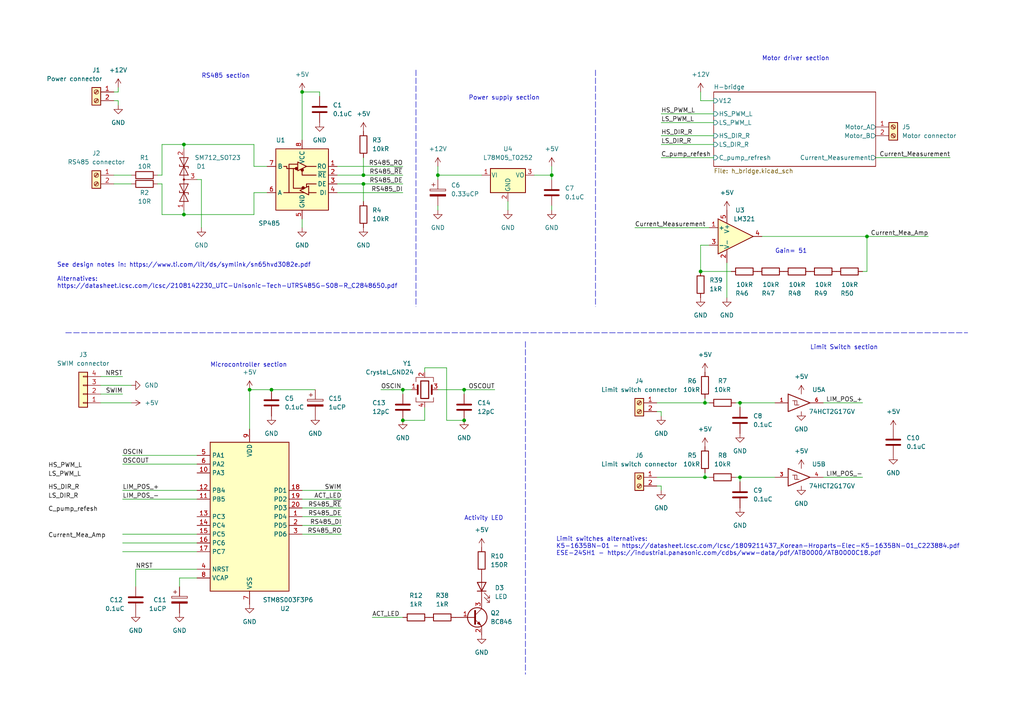
<source format=kicad_sch>
(kicad_sch (version 20211123) (generator eeschema)
  (paper "A4")
  (lib_symbols
    (symbol "74xGxx:74LVC2G17" (pin_names (offset 1.016))
      (property "Reference" "U" (at -2.54 3.81 0))
      (property "Value" "74LVC2G17" (at 0 -3.81 0))
      (symbol "74LVC2G17_0_1"
        (polyline (pts (xy -1.905 0.635) (xy -1.27 0.635) (xy -1.27 -0.635)))
        (polyline (pts (xy -3.81 2.54) (xy -3.81 -2.54) (xy 2.54 0) (xy -3.81 2.54)) (stroke (width 0.254)))
        (polyline (pts (xy -2.54 0.635) (xy -1.905 0.635) (xy -1.905 -0.635) (xy -0.635 -0.635)))
        (pin power_in line (at 0 -2.54 270) (length 0) hide (name "GND") (number "2"))
        (pin power_in line (at 0 2.54 90) (length 0) hide (name "VCC") (number "5"))
      )
      (symbol "74LVC2G17_1_1"
        (pin input line (at -7.62 0 0) (length 3.81) (name "~") (number "1"))
        (pin output line (at 6.35 0 180) (length 3.81) (name "~") (number "6"))
      )
      (symbol "74LVC2G17_2_1"
        (pin input line (at -7.62 0 0) (length 3.81) (name "~") (number "3"))
        (pin output line (at 6.35 0 180) (length 3.81) (name "~") (number "4"))
      )
    )
    (symbol "Amplifier_Operational:LM321" (pin_names (offset 0.127))
      (property "Reference" "U" (at 0 7.62 0))
      (property "Value" "LM321" (at 0 5.08 0))
      (symbol "LM321_0_1"
        (polyline (pts (xy -5.08 5.08) (xy 5.08 0) (xy -5.08 -5.08) (xy -5.08 5.08)) (stroke (width 0.254)) (fill (type background)))
      )
      (symbol "LM321_1_1"
        (pin input line (at -7.62 2.54 0) (length 2.54) (name "+") (number "1"))
        (pin power_in line (at -2.54 -7.62 90) (length 3.81) (name "V-") (number "2"))
        (pin input line (at -7.62 -2.54 0) (length 2.54) (name "-") (number "3"))
        (pin output line (at 7.62 0 180) (length 2.54) (name "~") (number "4"))
        (pin power_in line (at -2.54 7.62 270) (length 3.81) (name "V+") (number "5"))
      )
    )
    (symbol "Connector:Screw_Terminal_01x02" (pin_names (offset 1.016) hide)
      (property "Reference" "J" (at 0 2.54 0))
      (property "Value" "Screw_Terminal_01x02" (at 0 -5.08 0))
      (symbol "Screw_Terminal_01x02_1_1"
        (rectangle (start -1.27 1.27) (end 1.27 -3.81) (stroke (width 0.254)) (fill (type background)))
        (circle (center 0 -2.54) (radius 0.635) (stroke (width 0.1524)))
        (polyline (pts (xy -0.5334 -2.2098) (xy 0.3302 -3.048)) (stroke (width 0.1524)))
        (polyline (pts (xy -0.5334 0.3302) (xy 0.3302 -0.508)) (stroke (width 0.1524)))
        (polyline (pts (xy -0.3556 -2.032) (xy 0.508 -2.8702)) (stroke (width 0.1524)))
        (polyline (pts (xy -0.3556 0.508) (xy 0.508 -0.3302)) (stroke (width 0.1524)))
        (circle (center 0 0) (radius 0.635) (stroke (width 0.1524)))
        (pin passive line (at -5.08 0 0) (length 3.81) (name "Pin_1") (number "1"))
        (pin passive line (at -5.08 -2.54 0) (length 3.81) (name "Pin_2") (number "2"))
      )
    )
    (symbol "Connector_Generic:Conn_01x04" (pin_names (offset 1.016) hide)
      (property "Reference" "J" (at 0 5.08 0))
      (property "Value" "Conn_01x04" (at 0 -7.62 0))
      (symbol "Conn_01x04_1_1"
        (rectangle (start -1.27 -4.953) (end 0 -5.207) (stroke (width 0.1524)))
        (rectangle (start -1.27 -2.413) (end 0 -2.667) (stroke (width 0.1524)))
        (rectangle (start -1.27 0.127) (end 0 -0.127) (stroke (width 0.1524)))
        (rectangle (start -1.27 2.667) (end 0 2.413) (stroke (width 0.1524)))
        (rectangle (start -1.27 3.81) (end 1.27 -6.35) (stroke (width 0.254)) (fill (type background)))
        (pin passive line (at -5.08 2.54 0) (length 3.81) (name "Pin_1") (number "1"))
        (pin passive line (at -5.08 0 0) (length 3.81) (name "Pin_2") (number "2"))
        (pin passive line (at -5.08 -2.54 0) (length 3.81) (name "Pin_3") (number "3"))
        (pin passive line (at -5.08 -5.08 0) (length 3.81) (name "Pin_4") (number "4"))
      )
    )
    (symbol "Device:C" (pin_numbers hide) (pin_names (offset 0.254))
      (property "Reference" "C" (at 0.635 2.54 0))
      (property "Value" "C" (at 0.635 -2.54 0))
      (symbol "C_0_1"
        (polyline (pts (xy -2.032 -0.762) (xy 2.032 -0.762)) (stroke (width 0.508)))
        (polyline (pts (xy -2.032 0.762) (xy 2.032 0.762)) (stroke (width 0.508)))
      )
      (symbol "C_1_1"
        (pin passive line (at 0 3.81 270) (length 2.794) (name "~") (number "1"))
        (pin passive line (at 0 -3.81 90) (length 2.794) (name "~") (number "2"))
      )
    )
    (symbol "Device:C_Polarized" (pin_numbers hide) (pin_names (offset 0.254))
      (property "Reference" "C" (at 0.635 2.54 0))
      (property "Value" "C_Polarized" (at 0.635 -2.54 0))
      (symbol "C_Polarized_0_1"
        (rectangle (start -2.286 0.508) (end 2.286 1.016))
        (polyline (pts (xy -1.778 2.286) (xy -0.762 2.286)))
        (polyline (pts (xy -1.27 2.794) (xy -1.27 1.778)))
        (rectangle (start 2.286 -0.508) (end -2.286 -1.016) (fill (type outline)))
      )
      (symbol "C_Polarized_1_1"
        (pin passive line (at 0 3.81 270) (length 2.794) (name "~") (number "1"))
        (pin passive line (at 0 -3.81 90) (length 2.794) (name "~") (number "2"))
      )
    )
    (symbol "Device:Crystal_GND24" (pin_names (offset 1.016) hide)
      (property "Reference" "Y" (at 3.175 5.08 0))
      (property "Value" "Crystal_GND24" (at 3.175 3.175 0))
      (symbol "Crystal_GND24_0_1"
        (rectangle (start -1.143 2.54) (end 1.143 -2.54) (stroke (width 0.3048)))
        (polyline (pts (xy -2.54 0) (xy -2.032 0)))
        (polyline (pts (xy -2.032 -1.27) (xy -2.032 1.27)) (stroke (width 0.508)))
        (polyline (pts (xy 0 -3.81) (xy 0 -3.556)))
        (polyline (pts (xy 0 3.556) (xy 0 3.81)))
        (polyline (pts (xy 2.032 -1.27) (xy 2.032 1.27)) (stroke (width 0.508)))
        (polyline (pts (xy 2.032 0) (xy 2.54 0)))
        (polyline (pts (xy -2.54 -2.286) (xy -2.54 -3.556) (xy 2.54 -3.556) (xy 2.54 -2.286)))
        (polyline (pts (xy -2.54 2.286) (xy -2.54 3.556) (xy 2.54 3.556) (xy 2.54 2.286)))
      )
      (symbol "Crystal_GND24_1_1"
        (pin passive line (at -3.81 0 0) (length 1.27) (name "1") (number "1"))
        (pin passive line (at 0 5.08 270) (length 1.27) (name "2") (number "2"))
        (pin passive line (at 3.81 0 180) (length 1.27) (name "3") (number "3"))
        (pin passive line (at 0 -5.08 90) (length 1.27) (name "4") (number "4"))
      )
    )
    (symbol "Device:LED" (pin_numbers hide) (pin_names (offset 1.016) hide)
      (property "Reference" "D" (at 0 2.54 0))
      (property "Value" "LED" (at 0 -2.54 0))
      (symbol "LED_0_1"
        (polyline (pts (xy -1.27 -1.27) (xy -1.27 1.27)) (stroke (width 0.254)))
        (polyline (pts (xy -1.27 0) (xy 1.27 0)))
        (polyline (pts (xy 1.27 -1.27) (xy 1.27 1.27) (xy -1.27 0) (xy 1.27 -1.27)) (stroke (width 0.254)))
        (polyline (pts (xy -3.048 -0.762) (xy -4.572 -2.286) (xy -3.81 -2.286) (xy -4.572 -2.286) (xy -4.572 -1.524)))
        (polyline (pts (xy -1.778 -0.762) (xy -3.302 -2.286) (xy -2.54 -2.286) (xy -3.302 -2.286) (xy -3.302 -1.524)))
      )
      (symbol "LED_1_1"
        (pin passive line (at -3.81 0 0) (length 2.54) (name "K") (number "1"))
        (pin passive line (at 3.81 0 180) (length 2.54) (name "A") (number "2"))
      )
    )
    (symbol "Device:R" (pin_numbers hide) (pin_names (offset 0))
      (property "Reference" "R" (at 2.032 0 90))
      (property "Value" "R" (at 0 0 90))
      (symbol "R_0_1"
        (rectangle (start -1.016 -2.54) (end 1.016 2.54) (stroke (width 0.254)))
      )
      (symbol "R_1_1"
        (pin passive line (at 0 3.81 270) (length 1.27) (name "~") (number "1"))
        (pin passive line (at 0 -3.81 90) (length 1.27) (name "~") (number "2"))
      )
    )
    (symbol "Diode:SM712_SOT23" (pin_names (offset 1.016) hide)
      (property "Reference" "D" (at 0 4.445 0))
      (property "Value" "SM712_SOT23" (at 0 2.54 0))
      (symbol "SM712_SOT23_0_0"
        (polyline (pts (xy 0 -1.27) (xy 0 0)))
      )
      (symbol "SM712_SOT23_0_1"
        (polyline (pts (xy -6.35 0) (xy 6.35 0)))
        (polyline (pts (xy -3.302 1.27) (xy -3.81 1.27) (xy -3.81 -1.27) (xy -4.318 -1.27)) (stroke (width 0.2032)))
        (polyline (pts (xy 4.318 1.27) (xy 3.81 1.27) (xy 3.81 -1.27) (xy 3.302 -1.27)) (stroke (width 0.2032)))
        (polyline (pts (xy -6.35 -1.27) (xy -1.27 1.27) (xy -1.27 -1.27) (xy -6.35 1.27) (xy -6.35 -1.27)) (stroke (width 0.2032)))
        (polyline (pts (xy 1.27 -1.27) (xy 1.27 1.27) (xy 6.35 -1.27) (xy 6.35 1.27) (xy 1.27 -1.27)) (stroke (width 0.2032)))
        (circle (center 0 0) (radius 0.254) (fill (type outline)))
      )
      (symbol "SM712_SOT23_1_1"
        (pin passive line (at -8.89 0 0) (length 2.54) (name "A1") (number "1"))
        (pin passive line (at 8.89 0 180) (length 2.54) (name "A2") (number "2"))
        (pin input line (at 0 -3.81 90) (length 2.54) (name "common") (number "3"))
      )
    )
    (symbol "Interface_UART:ST485EBDR"
      (property "Reference" "U" (at -6.35 8.89 0))
      (property "Value" "ST485EBDR" (at 1.27 8.89 0))
      (symbol "ST485EBDR_0_1"
        (rectangle (start -7.62 7.62) (end 7.62 -10.16) (stroke (width 0.254)) (fill (type background)))
        (circle (center -0.3048 -3.683) (radius 0.3556) (stroke (width 0.254)) (fill (type outline)))
        (circle (center -0.0254 1.4986) (radius 0.3556) (stroke (width 0.254)) (fill (type outline)))
        (polyline (pts (xy -4.064 -5.08) (xy -1.905 -5.08)) (stroke (width 0.254)))
        (polyline (pts (xy -4.064 2.54) (xy -1.27 2.54)) (stroke (width 0.254)))
        (polyline (pts (xy -1.27 -3.2004) (xy -1.27 -3.4544)) (stroke (width 0.254)))
        (polyline (pts (xy -0.635 -5.08) (xy 5.334 -5.08)) (stroke (width 0.254)))
        (polyline (pts (xy -4.064 -2.54) (xy -1.27 -2.54) (xy -1.27 -3.175)) (stroke (width 0.254)))
        (polyline (pts (xy 0 1.27) (xy 0 0) (xy -4.064 0)) (stroke (width 0.254)))
        (polyline (pts (xy 1.27 3.175) (xy 3.81 3.175) (xy 3.81 -5.08)) (stroke (width 0.254)))
        (polyline (pts (xy 2.54 1.905) (xy 2.54 -3.81) (xy 0 -3.81)) (stroke (width 0.254)))
        (polyline (pts (xy -1.905 -3.175) (xy -1.905 -5.715) (xy 0.635 -4.445) (xy -1.905 -3.175)) (stroke (width 0.254)))
        (polyline (pts (xy -1.27 2.54) (xy 1.27 3.81) (xy 1.27 1.27) (xy -1.27 2.54)) (stroke (width 0.254)))
        (polyline (pts (xy 1.905 1.905) (xy 4.445 1.905) (xy 4.445 2.54) (xy 5.334 2.54)) (stroke (width 0.254)))
        (rectangle (start 1.27 3.175) (end 1.27 3.175))
        (circle (center 1.651 1.905) (radius 0.3556) (stroke (width 0.254)) (fill (type outline)))
      )
      (symbol "ST485EBDR_1_1"
        (pin output line (at -10.16 2.54 0) (length 2.54) (name "RO") (number "1"))
        (pin input line (at -10.16 0 0) (length 2.54) (name "~{RE}") (number "2"))
        (pin input line (at -10.16 -2.54 0) (length 2.54) (name "DE") (number "3"))
        (pin input line (at -10.16 -5.08 0) (length 2.54) (name "DI") (number "4"))
        (pin power_in line (at 0 -12.7 90) (length 2.54) (name "GND") (number "5"))
        (pin bidirectional line (at 10.16 -5.08 180) (length 2.54) (name "A") (number "6"))
        (pin bidirectional line (at 10.16 2.54 180) (length 2.54) (name "B") (number "7"))
        (pin power_in line (at 0 10.16 270) (length 2.54) (name "VCC") (number "8"))
      )
    )
    (symbol "MCU_ST_STM8:STM8S003F3P"
      (property "Reference" "U" (at 1.27 25.4 0))
      (property "Value" "STM8S003F3P" (at 1.27 22.86 0))
      (symbol "STM8S003F3P_0_1"
        (rectangle (start -11.43 21.59) (end 11.43 -21.59) (stroke (width 0.254)) (fill (type background)))
      )
      (symbol "STM8S003F3P_1_1"
        (pin bidirectional line (at 15.24 0 180) (length 3.81) (name "PD4") (number "1"))
        (pin bidirectional line (at -15.24 12.7 0) (length 3.81) (name "PA3") (number "10"))
        (pin bidirectional line (at -15.24 5.08 0) (length 3.81) (name "PB5") (number "11"))
        (pin bidirectional line (at -15.24 7.62 0) (length 3.81) (name "PB4") (number "12"))
        (pin bidirectional line (at -15.24 0 0) (length 3.81) (name "PC3") (number "13"))
        (pin bidirectional line (at -15.24 -2.54 0) (length 3.81) (name "PC4") (number "14"))
        (pin bidirectional line (at -15.24 -5.08 0) (length 3.81) (name "PC5") (number "15"))
        (pin bidirectional line (at -15.24 -7.62 0) (length 3.81) (name "PC6") (number "16"))
        (pin bidirectional line (at -15.24 -10.16 0) (length 3.81) (name "PC7") (number "17"))
        (pin bidirectional line (at 15.24 7.62 180) (length 3.81) (name "PD1") (number "18"))
        (pin bidirectional line (at 15.24 5.08 180) (length 3.81) (name "PD2") (number "19"))
        (pin bidirectional line (at 15.24 -2.54 180) (length 3.81) (name "PD5") (number "2"))
        (pin bidirectional line (at 15.24 2.54 180) (length 3.81) (name "PD3") (number "20"))
        (pin bidirectional line (at 15.24 -5.08 180) (length 3.81) (name "PD6") (number "3"))
        (pin input line (at -15.24 -15.24 0) (length 3.81) (name "NRST") (number "4"))
        (pin bidirectional line (at -15.24 17.78 0) (length 3.81) (name "PA1") (number "5"))
        (pin bidirectional line (at -15.24 15.24 0) (length 3.81) (name "PA2") (number "6"))
        (pin power_in line (at 0 -25.4 90) (length 3.81) (name "VSS") (number "7"))
        (pin passive line (at -15.24 -17.78 0) (length 3.81) (name "VCAP") (number "8"))
        (pin power_in line (at 0 25.4 270) (length 3.81) (name "VDD") (number "9"))
      )
    )
    (symbol "Regulator_Linear:LM78M05_TO252" (pin_names (offset 0.254))
      (property "Reference" "U" (at -3.81 3.175 0))
      (property "Value" "LM78M05_TO252" (at 0 3.175 0))
      (symbol "LM78M05_TO252_0_1"
        (rectangle (start -5.08 1.905) (end 5.08 -5.08) (stroke (width 0.254)) (fill (type background)))
      )
      (symbol "LM78M05_TO252_1_1"
        (pin power_in line (at -7.62 0 0) (length 2.54) (name "VI") (number "1"))
        (pin power_in line (at 0 -7.62 90) (length 2.54) (name "GND") (number "2"))
        (pin power_out line (at 7.62 0 180) (length 2.54) (name "VO") (number "3"))
      )
    )
    (symbol "Transistor_BJT:BC846" (pin_names (offset 0) hide)
      (property "Reference" "Q" (at 5.08 1.905 0))
      (property "Value" "BC846" (at 5.08 0 0))
      (symbol "BC846_0_1"
        (polyline (pts (xy 0.635 0.635) (xy 2.54 2.54)))
        (polyline (pts (xy 0.635 -0.635) (xy 2.54 -2.54) (xy 2.54 -2.54)))
        (polyline (pts (xy 0.635 1.905) (xy 0.635 -1.905) (xy 0.635 -1.905)) (stroke (width 0.508)))
        (polyline (pts (xy 1.27 -1.778) (xy 1.778 -1.27) (xy 2.286 -2.286) (xy 1.27 -1.778) (xy 1.27 -1.778)) (fill (type outline)))
        (circle (center 1.27 0) (radius 2.8194) (stroke (width 0.254)))
      )
      (symbol "BC846_1_1"
        (pin input line (at -5.08 0 0) (length 5.715) (name "B") (number "1"))
        (pin passive line (at 2.54 -5.08 90) (length 2.54) (name "E") (number "2"))
        (pin passive line (at 2.54 5.08 270) (length 2.54) (name "C") (number "3"))
      )
    )
    (symbol "power:+12V" (power) (pin_names (offset 0))
      (property "Value" "+12V" (at 0 3.556 0))
      (symbol "+12V_0_1"
        (polyline (pts (xy -0.762 1.27) (xy 0 2.54)))
        (polyline (pts (xy 0 0) (xy 0 2.54)))
        (polyline (pts (xy 0 2.54) (xy 0.762 1.27)))
      )
      (symbol "+12V_1_1"
        (pin power_in line (at 0 0 90) (length 0) hide (name "+12V") (number "1"))
      )
    )
    (symbol "power:+5V" (power) (pin_names (offset 0))
      (property "Value" "+5V" (at 0 3.556 0))
      (symbol "+5V_0_1"
        (polyline (pts (xy -0.762 1.27) (xy 0 2.54)))
        (polyline (pts (xy 0 0) (xy 0 2.54)))
        (polyline (pts (xy 0 2.54) (xy 0.762 1.27)))
      )
      (symbol "+5V_1_1"
        (pin power_in line (at 0 0 90) (length 0) hide (name "+5V") (number "1"))
      )
    )
    (symbol "power:GND" (power) (pin_names (offset 0))
      (property "Value" "GND" (at 0 -3.81 0))
      (symbol "GND_0_1"
        (polyline (pts (xy 0 0) (xy 0 -1.27) (xy 1.27 -1.27) (xy 0 -2.54) (xy -1.27 -1.27) (xy 0 -1.27)))
      )
      (symbol "GND_1_1"
        (pin power_in line (at 0 0 270) (length 0) hide (name "GND") (number "1"))
      )
    )
  )
  (junction (at 105.41 53.34))
  (junction (at 72.39 113.03))
  (junction (at 78.74 113.03))
  (junction (at 134.62 113.03))
  (junction (at 105.41 50.8))
  (junction (at 251.46 68.58))
  (junction (at 214.63 138.43))
  (junction (at 116.84 113.03))
  (junction (at 53.34 41.91))
  (junction (at 134.62 121.92))
  (junction (at 53.34 62.23))
  (junction (at 204.47 138.43))
  (junction (at 116.84 121.92))
  (junction (at 127 50.8))
  (junction (at 204.47 116.84))
  (junction (at 214.63 116.84))
  (junction (at 203.2 78.74))
  (junction (at 160.02 50.8))
  (junction (at 87.63 26.67))
  (wire (pts (xy 127 50.8) (xy 139.7 50.8)))
  (wire (pts (xy 210.82 76.2) (xy 210.82 86.36)))
  (wire (pts (xy 57.15 52.07) (xy 58.42 52.07)))
  (polyline (pts (xy 120.65 20.32) (xy 120.65 88.9)))
  (wire (pts (xy 87.63 152.4) (xy 99.06 152.4)))
  (wire (pts (xy 29.21 114.3) (xy 35.56 114.3)))
  (wire (pts (xy 116.84 113.03) (xy 116.84 114.3)))
  (wire (pts (xy 190.5 138.43) (xy 204.47 138.43)))
  (wire (pts (xy 110.49 113.03) (xy 116.84 113.03)))
  (wire (pts (xy 191.77 35.56) (xy 207.01 35.56)))
  (wire (pts (xy 123.19 118.11) (xy 123.19 121.92)))
  (wire (pts (xy 191.77 41.91) (xy 207.01 41.91)))
  (wire (pts (xy 34.29 29.21) (xy 34.29 30.48)))
  (wire (pts (xy 72.39 113.03) (xy 78.74 113.03)))
  (wire (pts (xy 203.2 29.21) (xy 207.01 29.21)))
  (wire (pts (xy 52.07 167.64) (xy 57.15 167.64)))
  (wire (pts (xy 214.63 138.43) (xy 214.63 139.7)))
  (wire (pts (xy 250.19 78.74) (xy 251.46 78.74)))
  (wire (pts (xy 116.84 113.03) (xy 119.38 113.03)))
  (wire (pts (xy 87.63 149.86) (xy 99.06 149.86)))
  (polyline (pts (xy 152.4 99.06) (xy 152.4 195.58)))
  (wire (pts (xy 191.77 39.37) (xy 207.01 39.37)))
  (wire (pts (xy 129.54 121.92) (xy 134.62 121.92)))
  (wire (pts (xy 33.02 29.21) (xy 34.29 29.21)))
  (wire (pts (xy 29.21 111.76) (xy 38.1 111.76)))
  (wire (pts (xy 204.47 137.16) (xy 204.47 138.43)))
  (wire (pts (xy 33.02 53.34) (xy 38.1 53.34)))
  (wire (pts (xy 191.77 45.72) (xy 207.01 45.72)))
  (wire (pts (xy 127 50.8) (xy 127 52.07)))
  (wire (pts (xy 92.71 27.94) (xy 92.71 26.67)))
  (wire (pts (xy 214.63 138.43) (xy 224.79 138.43)))
  (wire (pts (xy 160.02 48.26) (xy 160.02 50.8)))
  (wire (pts (xy 147.32 58.42) (xy 147.32 60.96)))
  (wire (pts (xy 35.56 154.94) (xy 57.15 154.94)))
  (polyline (pts (xy 172.72 20.32) (xy 172.72 88.9)))
  (wire (pts (xy 127 48.26) (xy 127 50.8)))
  (wire (pts (xy 107.95 179.07) (xy 116.84 179.07)))
  (wire (pts (xy 97.79 48.26) (xy 116.84 48.26)))
  (wire (pts (xy 97.79 53.34) (xy 105.41 53.34)))
  (wire (pts (xy 129.54 106.68) (xy 129.54 121.92)))
  (wire (pts (xy 190.5 116.84) (xy 204.47 116.84)))
  (wire (pts (xy 254 45.72) (xy 275.59 45.72)))
  (wire (pts (xy 97.79 55.88) (xy 116.84 55.88)))
  (wire (pts (xy 46.99 53.34) (xy 46.99 62.23)))
  (wire (pts (xy 73.66 48.26) (xy 77.47 48.26)))
  (wire (pts (xy 184.15 66.04) (xy 205.74 66.04)))
  (wire (pts (xy 33.02 50.8) (xy 38.1 50.8)))
  (wire (pts (xy 35.56 142.24) (xy 57.15 142.24)))
  (wire (pts (xy 57.15 165.1) (xy 39.37 165.1)))
  (wire (pts (xy 87.63 63.5) (xy 87.63 66.04)))
  (wire (pts (xy 39.37 165.1) (xy 39.37 170.18)))
  (wire (pts (xy 105.41 53.34) (xy 105.41 58.42)))
  (wire (pts (xy 53.34 62.23) (xy 53.34 60.96)))
  (wire (pts (xy 238.76 138.43) (xy 250.19 138.43)))
  (wire (pts (xy 251.46 78.74) (xy 251.46 68.58)))
  (polyline (pts (xy 19.05 96.52) (xy 280.67 96.52)))
  (wire (pts (xy 220.98 68.58) (xy 251.46 68.58)))
  (wire (pts (xy 87.63 154.94) (xy 99.06 154.94)))
  (wire (pts (xy 46.99 50.8) (xy 46.99 41.91)))
  (wire (pts (xy 204.47 115.57) (xy 204.47 116.84)))
  (wire (pts (xy 46.99 62.23) (xy 53.34 62.23)))
  (wire (pts (xy 204.47 116.84) (xy 205.74 116.84)))
  (wire (pts (xy 73.66 41.91) (xy 73.66 48.26)))
  (wire (pts (xy 238.76 116.84) (xy 250.19 116.84)))
  (wire (pts (xy 191.77 119.38) (xy 191.77 120.65)))
  (wire (pts (xy 35.56 160.02) (xy 57.15 160.02)))
  (wire (pts (xy 203.2 26.67) (xy 203.2 29.21)))
  (wire (pts (xy 34.29 26.67) (xy 34.29 25.4)))
  (wire (pts (xy 214.63 116.84) (xy 214.63 118.11)))
  (wire (pts (xy 123.19 106.68) (xy 123.19 107.95)))
  (wire (pts (xy 134.62 113.03) (xy 134.62 114.3)))
  (wire (pts (xy 72.39 113.03) (xy 72.39 124.46)))
  (wire (pts (xy 45.72 50.8) (xy 46.99 50.8)))
  (wire (pts (xy 87.63 26.67) (xy 87.63 40.64)))
  (wire (pts (xy 213.36 138.43) (xy 214.63 138.43)))
  (wire (pts (xy 191.77 33.02) (xy 207.01 33.02)))
  (wire (pts (xy 29.21 116.84) (xy 38.1 116.84)))
  (wire (pts (xy 251.46 68.58) (xy 269.24 68.58)))
  (wire (pts (xy 154.94 50.8) (xy 160.02 50.8)))
  (wire (pts (xy 52.07 170.18) (xy 52.07 167.64)))
  (wire (pts (xy 190.5 119.38) (xy 191.77 119.38)))
  (wire (pts (xy 33.02 26.67) (xy 34.29 26.67)))
  (wire (pts (xy 53.34 41.91) (xy 73.66 41.91)))
  (wire (pts (xy 190.5 140.97) (xy 191.77 140.97)))
  (wire (pts (xy 127 113.03) (xy 134.62 113.03)))
  (wire (pts (xy 160.02 59.69) (xy 160.02 60.96)))
  (wire (pts (xy 123.19 121.92) (xy 116.84 121.92)))
  (wire (pts (xy 160.02 50.8) (xy 160.02 52.07)))
  (wire (pts (xy 191.77 140.97) (xy 191.77 142.24)))
  (wire (pts (xy 35.56 132.08) (xy 57.15 132.08)))
  (wire (pts (xy 87.63 144.78) (xy 99.06 144.78)))
  (wire (pts (xy 203.2 78.74) (xy 212.09 78.74)))
  (wire (pts (xy 214.63 116.84) (xy 224.79 116.84)))
  (wire (pts (xy 203.2 71.12) (xy 203.2 78.74)))
  (wire (pts (xy 35.56 134.62) (xy 57.15 134.62)))
  (wire (pts (xy 213.36 116.84) (xy 214.63 116.84)))
  (wire (pts (xy 105.41 53.34) (xy 116.84 53.34)))
  (wire (pts (xy 46.99 41.91) (xy 53.34 41.91)))
  (wire (pts (xy 123.19 106.68) (xy 129.54 106.68)))
  (wire (pts (xy 204.47 138.43) (xy 205.74 138.43)))
  (wire (pts (xy 105.41 50.8) (xy 116.84 50.8)))
  (wire (pts (xy 87.63 142.24) (xy 99.06 142.24)))
  (wire (pts (xy 35.56 144.78) (xy 57.15 144.78)))
  (wire (pts (xy 87.63 147.32) (xy 99.06 147.32)))
  (wire (pts (xy 45.72 53.34) (xy 46.99 53.34)))
  (wire (pts (xy 73.66 55.88) (xy 73.66 62.23)))
  (wire (pts (xy 77.47 55.88) (xy 73.66 55.88)))
  (wire (pts (xy 205.74 71.12) (xy 203.2 71.12)))
  (wire (pts (xy 53.34 41.91) (xy 53.34 43.18)))
  (wire (pts (xy 134.62 113.03) (xy 143.51 113.03)))
  (wire (pts (xy 78.74 113.03) (xy 91.44 113.03)))
  (wire (pts (xy 97.79 50.8) (xy 105.41 50.8)))
  (wire (pts (xy 29.21 109.22) (xy 35.56 109.22)))
  (wire (pts (xy 105.41 50.8) (xy 105.41 45.72)))
  (wire (pts (xy 35.56 157.48) (xy 57.15 157.48)))
  (wire (pts (xy 127 59.69) (xy 127 60.96)))
  (wire (pts (xy 58.42 52.07) (xy 58.42 66.04)))
  (wire (pts (xy 92.71 26.67) (xy 87.63 26.67)))
  (wire (pts (xy 73.66 62.23) (xy 53.34 62.23)))
  (text "Microcontroller section" (at 60.96 106.68 0) (effects (font (size 1.27 1.27)) (justify left bottom)))
  (text "Limit Switch section" (at 234.95 101.6 0) (effects (font (size 1.27 1.27)) (justify left bottom)))
  (text "Limit switches alternatives:\nK5-1635BN-01 - https://datasheet.lcsc.com/lcsc/1809211437_Korean-Hroparts-Elec-K5-1635BN-01_C223884.pdf\nESE-24SH1 - https://industrial.panasonic.com/cdbs/www-data/pdf/ATB0000/ATB0000C18.pdf" (at 161.29 161.29 0) (effects (font (size 1.27 1.27)) (justify left bottom)))
  (text "Motor driver section" (at 220.98 17.78 0) (effects (font (size 1.27 1.27)) (justify left bottom)))
  (text "Power supply section" (at 135.89 29.21 0) (effects (font (size 1.27 1.27)) (justify left bottom)))
  (text "Gain= 51" (at 224.79 73.66 0) (effects (font (size 1.27 1.27)) (justify left bottom)))
  (text "Activity LED" (at 134.62 151.13 0) (effects (font (size 1.27 1.27)) (justify left bottom)))
  (text "RS485 section" (at 58.42 22.86 0) (effects (font (size 1.27 1.27)) (justify left bottom)))
  (text "See design notes in: https://www.ti.com/lit/ds/symlink/sn65hvd3082e.pdf\n\nAlternatives:\nhttps://datasheet.lcsc.com/lcsc/2108142230_UTC-Unisonic-Tech-UTRS485G-S08-R_C2848650.pdf" (at 16.51 83.82 0) (effects (font (size 1.27 1.27)) (justify left bottom)))
  (label "OSCOUT" (at 35.56 134.62 0))
  (label "HS_DIR_R" (at 191.77 39.37 0))
  (label "OSCIN" (at 35.56 132.08 0))
  (label "ACT_LED" (at 99.06 144.78 180))
  (label "HS_PWM_L" (at 191.77 33.02 0))
  (label "SWIM" (at 99.06 142.24 180))
  (label "OSCOUT" (at 143.51 113.03 180))
  (label "Current_Measurement" (at 184.15 66.04 0))
  (label "LS_PWM_L" (at 13.97 138.43 0))
  (label "RS485_RO" (at 116.84 48.26 180))
  (label "RS485_DE" (at 116.84 53.34 180))
  (label "Current_Mea_Amp" (at 269.24 68.58 180))
  (label "NRST" (at 39.37 165.1 0))
  (label "LIM_POS_+" (at 250.19 116.84 180))
  (label "Current_Mea_Amp" (at 13.97 156.21 0))
  (label "C_pump_refesh" (at 191.77 45.72 0))
  (label "C_pump_refesh" (at 13.97 148.59 0))
  (label "ACT_LED" (at 107.95 179.07 0))
  (label "LS_PWM_L" (at 191.77 35.56 0))
  (label "RS485_DE" (at 99.06 149.86 180))
  (label "OSCIN" (at 110.49 113.03 0))
  (label "RS485_DI" (at 99.06 152.4 180))
  (label "LIM_POS_-" (at 250.19 138.43 180))
  (label "LIM_POS_-" (at 35.56 144.78 0))
  (label "RS485_DI" (at 116.84 55.88 180))
  (label "NRST" (at 35.56 109.22 180))
  (label "LS_DIR_R" (at 191.77 41.91 0))
  (label "RS485_~{RE}" (at 116.84 50.8 180))
  (label "LS_DIR_R" (at 13.97 144.78 0))
  (label "HS_PWM_L" (at 13.97 135.89 0))
  (label "RS485_RO" (at 99.06 154.94 180))
  (label "LIM_POS_+" (at 35.56 142.24 0))
  (label "Current_Measurement" (at 275.59 45.72 180))
  (label "HS_DIR_R" (at 13.97 142.24 0))
  (label "SWIM" (at 35.56 114.3 180))
  (label "RS485_~{RE}" (at 99.06 147.32 180))
  (symbol (lib_id "power:+12V") (at 127 48.26 0) (unit 1)
    (property "Reference" "#PWR09" (effects hide))
    (property "Value" "+12V" (at 127 43.18 0))
  )
  (symbol (lib_id "Device:R") (at 204.47 111.76 0) (unit 1)
    (property "Reference" "R6" (at 199.39 110.49 0) (effects (justify left)))
    (property "Value" "10kR" (at 198.12 113.03 0) (effects (justify left)))
    (property "Footprint" "Resistor_SMD:R_0805_2012Metric_Pad1.20x1.40mm_HandSolder" (effects hide))
    (property "Datasheet" "https://datasheet.lcsc.com/lcsc/1810201611_YAGEO-RC0805FR-0710KL_C84376.pdf" (effects hide))
    (property "Manufacturer Part Number" "RC0805FR-0710KL" (effects hide))
  )
  (symbol (lib_id "power:+5V") (at 160.02 48.26 0) (unit 1)
    (property "Reference" "#PWR010" (effects hide))
    (property "Value" "+5V" (at 160.02 43.18 0))
  )
  (symbol (lib_id "Device:C_Polarized") (at 127 55.88 0) (unit 1)
    (property "Reference" "C6" (at 130.81 53.7209 0) (effects (justify left)))
    (property "Value" "0.33uCP" (at 130.81 56.2609 0) (effects (justify left)))
    (property "Footprint" "Capacitor_Tantalum_SMD:CP_EIA-3216-18_Kemet-A_Pad1.58x1.35mm_HandSolder" (effects hide))
    (property "Datasheet" "https://datasheet.lcsc.com/lcsc/1811071215_AVX-TAJA334K035RNJ_C8014.pdf" (effects hide))
    (property "Manufacturer Part Number" "TAJA334K035RNJ" (effects hide))
  )
  (symbol (lib_id "power:GND") (at 38.1 111.76 90) (unit 1)
    (property "Reference" "#PWR035" (effects hide))
    (property "Value" "GND" (at 41.91 111.7599 90) (effects (justify right)))
  )
  (symbol (lib_id "Device:R") (at 209.55 138.43 90) (unit 1)
    (property "Reference" "R8" (at 209.55 132.08 90))
    (property "Value" "10kR" (at 209.55 134.62 90))
    (property "Footprint" "Resistor_SMD:R_0805_2012Metric_Pad1.20x1.40mm_HandSolder" (effects hide))
    (property "Datasheet" "https://datasheet.lcsc.com/lcsc/1810201611_YAGEO-RC0805FR-0710KL_C84376.pdf" (effects hide))
    (property "Manufacturer Part Number" "RC0805FR-0710KL" (effects hide))
  )
  (symbol (lib_id "Interface_UART:ST485EBDR") (at 87.63 50.8 0) (mirror y) (unit 1)
    (property "Reference" "U1" (at 80.01 40.64 0) (effects (justify right)))
    (property "Value" "SP485" (at 74.93 64.77 0) (effects (justify right)))
    (property "Footprint" "Package_SO:SOIC-8_3.9x4.9mm_P1.27mm" (effects hide))
    (property "Datasheet" "https://datasheet.lcsc.com/lcsc/2104081903_MaxLinear-SP485EEN-L-TR_C6855.pdf" (effects hide))
    (property "Manufacturer Part Number" "SP485EEN-L/TR" (effects hide))
  )
  (symbol (lib_id "power:GND") (at 127 60.96 0) (unit 1)
    (property "Reference" "#PWR017" (effects hide))
    (property "Value" "GND" (at 127 66.04 0))
  )
  (symbol (lib_id "power:+5V") (at 210.82 60.96 0) (unit 1)
    (property "Reference" "#PWR062" (effects hide))
    (property "Value" "+5V" (at 210.82 55.88 0))
  )
  (symbol (lib_id "Device:C") (at 214.63 143.51 0) (unit 1)
    (property "Reference" "C9" (at 218.44 142.2399 0) (effects (justify left)))
    (property "Value" "0.1uC" (at 218.44 144.7799 0) (effects (justify left)))
    (property "Footprint" "Capacitor_SMD:C_0805_2012Metric_Pad1.18x1.45mm_HandSolder" (effects hide))
    (property "Datasheet" "https://datasheet.lcsc.com/lcsc/2006111832_YAGEO-CC0805KRX7R8BB104_C519981.pdf" (effects hide))
    (property "Manufacturer Part Number" "CC0805KRX7R8BB104" (effects hide))
  )
  (symbol (lib_id "power:+12V") (at 203.2 26.67 0) (unit 1)
    (property "Reference" "#PWR054" (effects hide))
    (property "Value" "+12V" (at 203.2 21.59 0))
  )
  (symbol (lib_id "power:GND") (at 52.07 177.8 0) (unit 1)
    (property "Reference" "#PWR034" (effects hide))
    (property "Value" "GND" (at 52.07 182.88 0))
  )
  (symbol (lib_id "Diode:SM712_SOT23") (at 53.34 52.07 90) (unit 1)
    (property "Reference" "D1" (at 59.69 48.26 90) (effects (justify left)))
    (property "Value" "SM712_SOT23" (at 69.85 45.72 90) (effects (justify left)))
    (property "Footprint" "Package_TO_SOT_SMD:SOT-23" (effects hide))
    (property "Datasheet" "https://datasheet.lcsc.com/lcsc/2108131930_TECH-PUBLIC-SM712_C521963.pdf" (effects hide))
    (property "Manufacturer Part Number" "SM712" (effects hide))
  )
  (symbol (lib_id "Device:R") (at 209.55 116.84 90) (unit 1)
    (property "Reference" "R7" (at 209.55 110.49 90))
    (property "Value" "10kR" (at 209.55 113.03 90))
    (property "Footprint" "Resistor_SMD:R_0805_2012Metric_Pad1.20x1.40mm_HandSolder" (effects hide))
    (property "Datasheet" "https://datasheet.lcsc.com/lcsc/1810201611_YAGEO-RC0805FR-0710KL_C84376.pdf" (effects hide))
    (property "Manufacturer Part Number" "RC0805FR-0710KL" (effects hide))
  )
  (symbol (lib_id "power:+5V") (at 204.47 129.54 0) (unit 1)
    (property "Reference" "#PWR024" (effects hide))
    (property "Value" "+5V" (at 204.47 124.46 0))
  )
  (symbol (lib_id "Device:C") (at 134.62 118.11 0) (unit 1)
    (property "Reference" "C14" (at 138.43 116.8399 0) (effects (justify left)))
    (property "Value" "12pC" (at 138.43 119.3799 0) (effects (justify left)))
    (property "Footprint" "Capacitor_SMD:C_0805_2012Metric_Pad1.18x1.45mm_HandSolder" (effects hide))
    (property "Datasheet" "https://datasheet.lcsc.com/lcsc/1811061533_YAGEO-CC0805JRNPO9BN120_C107108.pdf" (effects hide))
    (property "Manufacturer Part Number" "CC0805JRNPO9BN120" (effects hide))
  )
  (symbol (lib_id "power:GND") (at 160.02 60.96 0) (unit 1)
    (property "Reference" "#PWR021" (effects hide))
    (property "Value" "GND" (at 160.02 66.04 0))
  )
  (symbol (lib_id "Device:R") (at 105.41 41.91 0) (unit 1)
    (property "Reference" "R3" (at 107.95 40.6399 0) (effects (justify left)))
    (property "Value" "10kR" (at 107.95 43.1799 0) (effects (justify left)))
    (property "Footprint" "Resistor_SMD:R_0805_2012Metric_Pad1.20x1.40mm_HandSolder" (effects hide))
    (property "Datasheet" "https://datasheet.lcsc.com/lcsc/1810201611_YAGEO-RC0805FR-0710KL_C84376.pdf" (effects hide))
    (property "Manufacturer Part Number" "RC0805FR-0710KL" (effects hide))
  )
  (symbol (lib_id "power:GND") (at 232.41 140.97 0) (unit 1)
    (property "Reference" "#PWR030" (effects hide))
    (property "Value" "GND" (at 232.41 146.05 0))
  )
  (symbol (lib_id "power:+5V") (at 87.63 26.67 0) (unit 1)
    (property "Reference" "#PWR08" (effects hide))
    (property "Value" "+5V" (at 87.63 21.59 0))
  )
  (symbol (lib_id "Device:C") (at 116.84 118.11 0) (unit 1)
    (property "Reference" "C13" (at 107.95 116.84 0) (effects (justify left)))
    (property "Value" "12pC" (at 107.95 119.38 0) (effects (justify left)))
    (property "Footprint" "Capacitor_SMD:C_0805_2012Metric_Pad1.18x1.45mm_HandSolder" (effects hide))
    (property "Datasheet" "https://datasheet.lcsc.com/lcsc/1811061533_YAGEO-CC0805JRNPO9BN120_C107108.pdf" (effects hide))
    (property "Manufacturer Part Number" "CC0805JRNPO9BN120" (effects hide))
  )
  (symbol (lib_id "power:GND") (at 92.71 35.56 0) (unit 1)
    (property "Reference" "#PWR05" (effects hide))
    (property "Value" "GND" (at 92.71 40.64 0))
  )
  (symbol (lib_id "power:GND") (at 232.41 119.38 0) (unit 1)
    (property "Reference" "#PWR028" (effects hide))
    (property "Value" "GND" (at 232.41 124.46 0))
  )
  (symbol (lib_id "power:GND") (at 191.77 142.24 0) (unit 1)
    (property "Reference" "#PWR053" (effects hide))
    (property "Value" "GND" (at 191.77 147.32 0))
  )
  (symbol (lib_id "74xGxx:74LVC2G17") (at 232.41 116.84 0) (unit 1)
    (property "Reference" "U5" (at 237.49 113.03 0))
    (property "Value" "74HCT2G17GV" (at 241.3 119.38 0))
    (property "Footprint" "Package_SO:TSOP-6_1.65x3.05mm_P0.95mm" (effects hide))
    (property "Datasheet" "https://datasheet.lcsc.com/lcsc/2007022314_Nexperia-74HCT2G17GV-125_C547566.pdf" (effects hide))
    (property "Manufacturer Part Number" "74HCT2G17GV,125" (effects hide))
  )
  (symbol (lib_id "74xGxx:74LVC2G17") (at 232.41 138.43 0) (unit 2)
    (property "Reference" "U5" (at 237.49 134.62 0))
    (property "Value" "74HCT2G17GV" (at 241.3 140.97 0))
    (property "Footprint" "Package_SO:TSOP-6_1.65x3.05mm_P0.95mm" (effects hide))
    (property "Datasheet" "https://datasheet.lcsc.com/lcsc/2007022314_Nexperia-74HCT2G17GV-125_C547566.pdf" (effects hide))
    (property "Manufacturer Part Number" "74HCT2G17GV,125" (effects hide))
  )
  (symbol (lib_id "power:GND") (at 58.42 66.04 0) (unit 1)
    (property "Reference" "#PWR03" (effects hide))
    (property "Value" "GND" (at 58.42 71.12 0))
  )
  (symbol (lib_id "Connector:Screw_Terminal_01x02") (at 27.94 26.67 0) (mirror y) (unit 1)
    (property "Reference" "J1" (at 27.94 20.32 0))
    (property "Value" "Power connector" (at 21.59 22.86 0))
    (property "Footprint" "Connector_custom:JILN JL301-50002U01" (effects hide))
    (property "Datasheet" "https://datasheet.lcsc.com/lcsc/1912111437_JILN-JL301-50002U02_C395214.pdf" (effects hide))
    (property "Manufacturer Part Number" "JL301-50002U02" (effects hide))
  )
  (symbol (lib_id "power:GND") (at 91.44 120.65 0) (unit 1)
    (property "Reference" "#PWR043" (effects hide))
    (property "Value" "GND" (at 91.44 125.73 0))
  )
  (symbol (lib_id "power:+5V") (at 232.41 135.89 0) (unit 1)
    (property "Reference" "#PWR029" (effects hide))
    (property "Value" "+5V" (at 232.41 130.81 0))
  )
  (symbol (lib_id "power:GND") (at 105.41 66.04 0) (unit 1)
    (property "Reference" "#PWR07" (effects hide))
    (property "Value" "GND" (at 105.41 71.12 0))
  )
  (symbol (lib_id "Regulator_Linear:LM78M05_TO252") (at 147.32 50.8 0) (unit 1)
    (property "Reference" "U4" (at 147.32 43.18 0))
    (property "Value" "L78M05_TO252" (at 147.32 45.72 0))
    (property "Footprint" "Package_TO_SOT_SMD:TO-252-2" (effects hide))
    (property "Datasheet" "https://datasheet.lcsc.com/lcsc/2112291530_STMicroelectronics-L78M05CDT-TR_C55509.pdf" (effects hide))
    (property "Manufacturer Part Number" "L78M05CDT-TR" (effects hide))
  )
  (symbol (lib_id "Device:R") (at 231.14 78.74 90) (unit 1)
    (property "Reference" "R48" (at 232.41 85.09 90) (effects (justify left)))
    (property "Value" "10kR" (at 233.68 82.55 90) (effects (justify left)))
    (property "Footprint" "Resistor_SMD:R_0805_2012Metric_Pad1.20x1.40mm_HandSolder" (effects hide))
    (property "Datasheet" "https://datasheet.lcsc.com/lcsc/1810201611_YAGEO-RC0805FR-0710KL_C84376.pdf" (effects hide))
    (property "Manufacturer Part Number" "RC0805FR-0710KL" (effects hide))
  )
  (symbol (lib_id "Device:R") (at 120.65 179.07 90) (unit 1)
    (property "Reference" "R12" (at 120.65 172.72 90))
    (property "Value" "1kR" (at 120.65 175.26 90))
    (property "Footprint" "Resistor_SMD:R_0805_2012Metric_Pad1.20x1.40mm_HandSolder" (effects hide))
    (property "Datasheet" "https://datasheet.lcsc.com/lcsc/1810010118_YAGEO-RC0805FR-071KL_C95781.pdf" (effects hide))
    (property "Manufacturer Part Number" "RC0805FR-071KL" (effects hide))
  )
  (symbol (lib_id "Device:C_Polarized") (at 91.44 116.84 0) (unit 1)
    (property "Reference" "C15" (at 95.25 115.57 0) (effects (justify left)))
    (property "Value" "1uCP" (at 95.25 118.11 0) (effects (justify left)))
    (property "Footprint" "Capacitor_Tantalum_SMD:CP_EIA-3216-18_Kemet-A_Pad1.58x1.35mm_HandSolder" (effects hide))
    (property "Datasheet" "https://datasheet.lcsc.com/lcsc/1811071214_Kyocera-AVX-TAJA105K016RNJ_C7174.pdf" (effects hide))
    (property "Manufacturer Part Number" "TAJA105K016RNJ" (effects hide))
  )
  (symbol (lib_id "Device:C") (at 259.08 128.27 0) (unit 1)
    (property "Reference" "C10" (at 262.89 126.9999 0) (effects (justify left)))
    (property "Value" "0.1uC" (at 262.89 129.5399 0) (effects (justify left)))
    (property "Footprint" "Capacitor_SMD:C_0805_2012Metric_Pad1.18x1.45mm_HandSolder" (effects hide))
    (property "Datasheet" "https://datasheet.lcsc.com/lcsc/2006111832_YAGEO-CC0805KRX7R8BB104_C519981.pdf" (effects hide))
    (property "Manufacturer Part Number" "CC0805KRX7R8BB104" (effects hide))
  )
  (symbol (lib_id "Device:C") (at 39.37 173.99 0) (unit 1)
    (property "Reference" "C12" (at 31.75 173.99 0) (effects (justify left)))
    (property "Value" "0.1uC" (at 30.48 176.53 0) (effects (justify left)))
    (property "Footprint" "Capacitor_SMD:C_0805_2012Metric_Pad1.18x1.45mm_HandSolder" (effects hide))
    (property "Datasheet" "https://datasheet.lcsc.com/lcsc/2006111832_YAGEO-CC0805KRX7R8BB104_C519981.pdf" (effects hide))
    (property "Manufacturer Part Number" "CC0805KRX7R8BB104" (effects hide))
  )
  (symbol (lib_id "power:+5V") (at 105.41 38.1 0) (unit 1)
    (property "Reference" "#PWR06" (effects hide))
    (property "Value" "+5V" (at 105.41 33.02 0))
  )
  (symbol (lib_id "power:+5V") (at 139.7 158.75 0) (unit 1)
    (property "Reference" "#PWR041" (effects hide))
    (property "Value" "+5V" (at 139.7 153.67 0))
  )
  (symbol (lib_id "Device:R") (at 223.52 78.74 90) (unit 1)
    (property "Reference" "R47" (at 224.79 85.09 90) (effects (justify left)))
    (property "Value" "10kR" (at 226.06 82.55 90) (effects (justify left)))
    (property "Footprint" "Resistor_SMD:R_0805_2012Metric_Pad1.20x1.40mm_HandSolder" (effects hide))
    (property "Datasheet" "https://datasheet.lcsc.com/lcsc/1810201611_YAGEO-RC0805FR-0710KL_C84376.pdf" (effects hide))
    (property "Manufacturer Part Number" "RC0805FR-0710KL" (effects hide))
  )
  (symbol (lib_id "power:GND") (at 134.62 121.92 0) (unit 1)
    (property "Reference" "#PWR038" (effects hide))
    (property "Value" "GND" (at 134.62 127 0))
  )
  (symbol (lib_id "power:GND") (at 139.7 184.15 0) (unit 1)
    (property "Reference" "#PWR042" (effects hide))
    (property "Value" "GND" (at 139.7 189.23 0))
  )
  (symbol (lib_id "power:GND") (at 78.74 120.65 0) (unit 1)
    (property "Reference" "#PWR019" (effects hide))
    (property "Value" "GND" (at 78.74 125.73 0))
  )
  (symbol (lib_id "power:GND") (at 259.08 132.08 0) (unit 1)
    (property "Reference" "#PWR032" (effects hide))
    (property "Value" "GND" (at 259.08 137.16 0))
  )
  (symbol (lib_id "power:+12V") (at 34.29 25.4 0) (unit 1)
    (property "Reference" "#PWR01" (effects hide))
    (property "Value" "+12V" (at 34.29 20.32 0))
  )
  (symbol (lib_id "Device:R") (at 204.47 133.35 0) (unit 1)
    (property "Reference" "R5" (at 199.39 132.08 0) (effects (justify left)))
    (property "Value" "10kR" (at 198.12 134.62 0) (effects (justify left)))
    (property "Footprint" "Resistor_SMD:R_0805_2012Metric_Pad1.20x1.40mm_HandSolder" (effects hide))
    (property "Datasheet" "https://datasheet.lcsc.com/lcsc/1810201611_YAGEO-RC0805FR-0710KL_C84376.pdf" (effects hide))
    (property "Manufacturer Part Number" "RC0805FR-0710KL" (effects hide))
  )
  (symbol (lib_id "Connector:Screw_Terminal_01x02") (at 27.94 50.8 0) (mirror y) (unit 1)
    (property "Reference" "J2" (at 27.94 44.45 0))
    (property "Value" "RS485 connector" (at 27.94 46.99 0))
    (property "Footprint" "Connector_custom:JILN JL301-50002U01" (effects hide))
    (property "Datasheet" "https://datasheet.lcsc.com/lcsc/1912111437_JILN-JL301-50002U02_C395214.pdf" (effects hide))
    (property "Manufacturer Part Number" "JL301-50002U02" (effects hide))
  )
  (symbol (lib_id "power:GND") (at 191.77 120.65 0) (unit 1)
    (property "Reference" "#PWR022" (effects hide))
    (property "Value" "GND" (at 191.77 125.73 0))
  )
  (symbol (lib_id "power:GND") (at 203.2 86.36 0) (unit 1)
    (property "Reference" "#PWR061" (effects hide))
    (property "Value" "GND" (at 203.2 91.44 0))
  )
  (symbol (lib_id "Device:R") (at 203.2 82.55 0) (unit 1)
    (property "Reference" "R39" (at 205.74 81.2799 0) (effects (justify left)))
    (property "Value" "1kR" (at 205.74 83.8199 0) (effects (justify left)))
    (property "Footprint" "Resistor_SMD:R_0805_2012Metric_Pad1.20x1.40mm_HandSolder" (effects hide))
    (property "Datasheet" "https://datasheet.lcsc.com/lcsc/1810010118_YAGEO-RC0805FR-071KL_C95781.pdf" (effects hide))
    (property "Manufacturer Part Number" "RC0805FR-071KL" (effects hide))
  )
  (symbol (lib_id "Device:C") (at 160.02 55.88 0) (unit 1)
    (property "Reference" "C7" (at 163.83 54.6099 0) (effects (justify left)))
    (property "Value" "0.1uC" (at 163.83 57.1499 0) (effects (justify left)))
    (property "Footprint" "Capacitor_SMD:C_0805_2012Metric_Pad1.18x1.45mm_HandSolder" (effects hide))
    (property "Datasheet" "https://datasheet.lcsc.com/lcsc/2006111832_YAGEO-CC0805KRX7R8BB104_C519981.pdf" (effects hide))
    (property "Manufacturer Part Number" "CC0805KRX7R8BB104" (effects hide))
  )
  (symbol (lib_id "power:GND") (at 210.82 86.36 0) (unit 1)
    (property "Reference" "#PWR063" (effects hide))
    (property "Value" "GND" (at 210.82 91.44 0))
  )
  (symbol (lib_id "Connector:Screw_Terminal_01x02") (at 185.42 116.84 0) (mirror y) (unit 1)
    (property "Reference" "J4" (at 185.42 110.49 0))
    (property "Value" "Limit switch connector" (at 185.42 113.03 0))
    (property "Footprint" "Connector_custom:JILN JL301-50002U01" (effects hide))
    (property "Datasheet" "https://datasheet.lcsc.com/lcsc/1912111437_JILN-JL301-50002U02_C395214.pdf" (effects hide))
    (property "Manufacturer Part Number" "JL301-50002U02" (effects hide))
  )
  (symbol (lib_id "Device:R") (at 238.76 78.74 90) (unit 1)
    (property "Reference" "R49" (at 240.03 85.09 90) (effects (justify left)))
    (property "Value" "10kR" (at 241.3 82.55 90) (effects (justify left)))
    (property "Footprint" "Resistor_SMD:R_0805_2012Metric_Pad1.20x1.40mm_HandSolder" (effects hide))
    (property "Datasheet" "https://datasheet.lcsc.com/lcsc/1810201611_YAGEO-RC0805FR-0710KL_C84376.pdf" (effects hide))
    (property "Manufacturer Part Number" "RC0805FR-0710KL" (effects hide))
  )
  (symbol (lib_id "power:+5V") (at 232.41 114.3 0) (unit 1)
    (property "Reference" "#PWR027" (effects hide))
    (property "Value" "+5V" (at 232.41 109.22 0))
  )
  (symbol (lib_id "power:+5V") (at 38.1 116.84 270) (unit 1)
    (property "Reference" "#PWR036" (effects hide))
    (property "Value" "+5V" (at 41.91 116.8399 90) (effects (justify left)))
  )
  (symbol (lib_id "power:GND") (at 214.63 147.32 0) (unit 1)
    (property "Reference" "#PWR026" (effects hide))
    (property "Value" "GND" (at 214.63 152.4 0))
  )
  (symbol (lib_id "power:GND") (at 72.39 175.26 0) (unit 1)
    (property "Reference" "#PWR0101" (effects hide))
    (property "Value" "GND" (at 72.39 180.34 0))
  )
  (symbol (lib_id "Device:Crystal_GND24") (at 123.19 113.03 0) (unit 1)
    (property "Reference" "Y1" (at 118.11 105.41 0))
    (property "Value" "Crystal_GND24" (at 113.03 107.95 0))
    (property "Footprint" "Crystal:Crystal_SMD_3225-4Pin_3.2x2.5mm_HandSoldering" (effects hide))
    (property "Datasheet" "https://datasheet.lcsc.com/lcsc/2110101030_Shenzhen-SCTF-Elec-SX3B16-000F0910F30_C2901667.pdf" (effects hide))
    (property "Manufacturer Part Number" "SX3B16.000F0910F30" (effects hide))
  )
  (symbol (lib_id "Device:R") (at 246.38 78.74 90) (unit 1)
    (property "Reference" "R50" (at 247.65 85.09 90) (effects (justify left)))
    (property "Value" "10kR" (at 248.92 82.55 90) (effects (justify left)))
    (property "Footprint" "Resistor_SMD:R_0805_2012Metric_Pad1.20x1.40mm_HandSolder" (effects hide))
    (property "Datasheet" "https://datasheet.lcsc.com/lcsc/1810201611_YAGEO-RC0805FR-0710KL_C84376.pdf" (effects hide))
    (property "Manufacturer Part Number" "RC0805FR-0710KL" (effects hide))
  )
  (symbol (lib_id "Device:C") (at 92.71 31.75 0) (unit 1)
    (property "Reference" "C1" (at 96.52 30.4799 0) (effects (justify left)))
    (property "Value" "0.1uC" (at 96.52 33.0199 0) (effects (justify left)))
    (property "Footprint" "Capacitor_SMD:C_0805_2012Metric_Pad1.18x1.45mm_HandSolder" (effects hide))
    (property "Datasheet" "https://datasheet.lcsc.com/lcsc/2006111832_YAGEO-CC0805KRX7R8BB104_C519981.pdf" (effects hide))
    (property "Manufacturer Part Number" "CC0805KRX7R8BB104" (effects hide))
  )
  (symbol (lib_id "power:+5V") (at 259.08 124.46 0) (unit 1)
    (property "Reference" "#PWR031" (effects hide))
    (property "Value" "+5V" (at 259.08 119.38 0))
  )
  (symbol (lib_id "MCU_ST_STM8:STM8S003F3P") (at 72.39 149.86 0) (unit 1)
    (property "Reference" "U2" (at 81.28 176.53 0) (effects (justify left)))
    (property "Value" "STM8S003F3P6" (at 76.2 173.99 0) (effects (justify left)))
    (property "Footprint" "Package_SO:TSSOP-20_4.4x6.5mm_P0.65mm" (effects hide))
    (property "Datasheet" "https://datasheet.lcsc.com/lcsc/1811091611_STMicroelectronics-STM8S003F3P6_C18615.pdf" (effects hide))
    (property "Manufacturer Part Number" "STM8S003F3P6" (effects hide))
  )
  (symbol (lib_id "Device:R") (at 128.27 179.07 90) (unit 1)
    (property "Reference" "R38" (at 128.27 172.72 90))
    (property "Value" "1kR" (at 128.27 175.26 90))
    (property "Footprint" "Resistor_SMD:R_0805_2012Metric_Pad1.20x1.40mm_HandSolder" (effects hide))
    (property "Datasheet" "https://datasheet.lcsc.com/lcsc/1810010118_YAGEO-RC0805FR-071KL_C95781.pdf" (effects hide))
    (property "Manufacturer Part Number" "RC0805FR-071KL" (effects hide))
  )
  (symbol (lib_id "Transistor_BJT:BC846") (at 137.16 179.07 0) (unit 1)
    (property "Reference" "Q2" (at 142.24 177.7999 0) (effects (justify left)))
    (property "Value" "BC846" (at 142.24 180.3399 0) (effects (justify left)))
    (property "Footprint" "Package_TO_SOT_SMD:SOT-23" (effects hide))
    (property "Datasheet" "https://datasheet.lcsc.com/lcsc/1811141222_Nexperia-BC846-215_C179342.pdf" (effects hide))
    (property "Manufacturer Part Number" "BC846,215" (effects hide))
  )
  (symbol (lib_id "power:GND") (at 39.37 177.8 0) (unit 1)
    (property "Reference" "#PWR033" (effects hide))
    (property "Value" "GND" (at 39.37 182.88 0))
  )
  (symbol (lib_id "power:GND") (at 147.32 60.96 0) (unit 1)
    (property "Reference" "#PWR020" (effects hide))
    (property "Value" "GND" (at 147.32 66.04 0))
  )
  (symbol (lib_id "Device:C_Polarized") (at 52.07 173.99 0) (unit 1)
    (property "Reference" "C11" (at 44.45 173.99 0) (effects (justify left)))
    (property "Value" "1uCP" (at 43.18 176.53 0) (effects (justify left)))
    (property "Footprint" "Capacitor_Tantalum_SMD:CP_EIA-3216-18_Kemet-A_Pad1.58x1.35mm_HandSolder" (effects hide))
    (property "Datasheet" "https://datasheet.lcsc.com/lcsc/1811071214_Kyocera-AVX-TAJA105K016RNJ_C7174.pdf" (effects hide))
    (property "Manufacturer Part Number" "TAJA105K016RNJ" (effects hide))
  )
  (symbol (lib_id "Device:C") (at 78.74 116.84 0) (unit 1)
    (property "Reference" "C5" (at 82.55 115.5699 0) (effects (justify left)))
    (property "Value" "0.1uC" (at 82.55 118.1099 0) (effects (justify left)))
    (property "Footprint" "Capacitor_SMD:C_0805_2012Metric_Pad1.18x1.45mm_HandSolder" (effects hide))
    (property "Datasheet" "https://datasheet.lcsc.com/lcsc/2006111832_YAGEO-CC0805KRX7R8BB104_C519981.pdf" (effects hide))
    (property "Manufacturer Part Number" "CC0805KRX7R8BB104" (effects hide))
  )
  (symbol (lib_id "Device:C") (at 214.63 121.92 0) (unit 1)
    (property "Reference" "C8" (at 218.44 120.6499 0) (effects (justify left)))
    (property "Value" "0.1uC" (at 218.44 123.1899 0) (effects (justify left)))
    (property "Footprint" "Capacitor_SMD:C_0805_2012Metric_Pad1.18x1.45mm_HandSolder" (effects hide))
    (property "Datasheet" "https://datasheet.lcsc.com/lcsc/2006111832_YAGEO-CC0805KRX7R8BB104_C519981.pdf" (effects hide))
    (property "Manufacturer Part Number" "CC0805KRX7R8BB104" (effects hide))
  )
  (symbol (lib_id "Connector:Screw_Terminal_01x02") (at 185.42 138.43 0) (mirror y) (unit 1)
    (property "Reference" "J6" (at 185.42 132.08 0))
    (property "Value" "Limit switch connector" (at 185.42 134.62 0))
    (property "Footprint" "Connector_custom:JILN JL301-50002U01" (effects hide))
    (property "Datasheet" "https://datasheet.lcsc.com/lcsc/1912111437_JILN-JL301-50002U02_C395214.pdf" (effects hide))
    (property "Manufacturer Part Number" "JL301-50002U02" (effects hide))
  )
  (symbol (lib_id "Device:R") (at 215.9 78.74 90) (unit 1)
    (property "Reference" "R46" (at 217.17 85.09 90) (effects (justify left)))
    (property "Value" "10kR" (at 218.44 82.55 90) (effects (justify left)))
    (property "Footprint" "Resistor_SMD:R_0805_2012Metric_Pad1.20x1.40mm_HandSolder" (effects hide))
    (property "Datasheet" "https://datasheet.lcsc.com/lcsc/1810201611_YAGEO-RC0805FR-0710KL_C84376.pdf" (effects hide))
    (property "Manufacturer Part Number" "RC0805FR-0710KL" (effects hide))
  )
  (symbol (lib_id "Connector_Generic:Conn_01x04") (at 24.13 114.3 180) (unit 1)
    (property "Reference" "J3" (at 24.13 102.87 0))
    (property "Value" "SWIM connector" (at 24.13 105.41 0))
    (property "Footprint" "Connector_PinHeader_2.54mm:PinHeader_1x04_P2.54mm_Horizontal" (effects hide))
    (property "Datasheet" "https://datasheet.lcsc.com/lcsc/2003141432_XFCN-PZ254R-11-04P_C492412.pdf" (effects hide))
    (property "Manufacturer Part Number" "PZ254R-11-04P" (effects hide))
  )
  (symbol (lib_id "power:GND") (at 34.29 30.48 0) (unit 1)
    (property "Reference" "#PWR02" (effects hide))
    (property "Value" "GND" (at 34.29 35.56 0))
  )
  (symbol (lib_id "Device:R") (at 41.91 53.34 90) (unit 1)
    (property "Reference" "R2" (at 41.91 55.88 90))
    (property "Value" "10R" (at 41.91 58.42 90))
    (property "Footprint" "Resistor_SMD:R_0805_2012Metric_Pad1.20x1.40mm_HandSolder" (effects hide))
    (property "Datasheet" "https://datasheet.lcsc.com/lcsc/1810311320_YAGEO-AC0805JR-0710RL_C144537.pdf" (effects hide))
    (property "Manufacturer Part Number" "AC0805JR-0710RL" (effects hide))
  )
  (symbol (lib_id "power:GND") (at 87.63 66.04 0) (unit 1)
    (property "Reference" "#PWR04" (effects hide))
    (property "Value" "GND" (at 87.63 71.12 0))
  )
  (symbol (lib_id "Device:R") (at 41.91 50.8 90) (unit 1)
    (property "Reference" "R1" (at 41.91 45.72 90))
    (property "Value" "10R" (at 41.91 48.26 90))
    (property "Footprint" "Resistor_SMD:R_0805_2012Metric_Pad1.20x1.40mm_HandSolder" (effects hide))
    (property "Datasheet" "https://datasheet.lcsc.com/lcsc/1810311320_YAGEO-AC0805JR-0710RL_C144537.pdf" (effects hide))
    (property "Manufacturer Part Number" "AC0805JR-0710RL" (effects hide))
  )
  (symbol (lib_id "Device:R") (at 105.41 62.23 0) (unit 1)
    (property "Reference" "R4" (at 107.95 60.9599 0) (effects (justify left)))
    (property "Value" "10kR" (at 107.95 63.4999 0) (effects (justify left)))
    (property "Footprint" "Resistor_SMD:R_0805_2012Metric_Pad1.20x1.40mm_HandSolder" (effects hide))
    (property "Datasheet" "https://datasheet.lcsc.com/lcsc/1810201611_YAGEO-RC0805FR-0710KL_C84376.pdf" (effects hide))
    (property "Manufacturer Part Number" "RC0805FR-0710KL" (effects hide))
  )
  (symbol (lib_id "Connector:Screw_Terminal_01x02") (at 259.08 36.83 0) (unit 1)
    (property "Reference" "J5" (at 261.62 36.8299 0) (effects (justify left)))
    (property "Value" "Motor connector" (at 261.62 39.3699 0) (effects (justify left)))
    (property "Footprint" "Connector_custom:JILN JL301-50002U01" (effects hide))
    (property "Datasheet" "https://datasheet.lcsc.com/lcsc/1912111437_JILN-JL301-50002U02_C395214.pdf" (effects hide))
    (property "Manufacturer Part Number" "JL301-50002U02" (effects hide))
  )
  (symbol (lib_id "power:GND") (at 116.84 121.92 0) (unit 1)
    (property "Reference" "#PWR037" (effects hide))
    (property "Value" "GND" (at 116.84 127 0))
  )
  (symbol (lib_id "power:+5V") (at 204.47 107.95 0) (unit 1)
    (property "Reference" "#PWR023" (effects hide))
    (property "Value" "+5V" (at 204.47 102.87 0))
  )
  (symbol (lib_id "power:GND") (at 214.63 125.73 0) (unit 1)
    (property "Reference" "#PWR025" (effects hide))
    (property "Value" "GND" (at 214.63 130.81 0))
  )
  (symbol (lib_id "power:+5V") (at 72.39 113.03 0) (unit 1)
    (property "Reference" "#PWR018" (effects hide))
    (property "Value" "+5V" (at 72.39 107.95 0))
  )
  (symbol (lib_id "Device:R") (at 139.7 162.56 0) (unit 1)
    (property "Reference" "R10" (at 142.24 161.2899 0) (effects (justify left)))
    (property "Value" "150R" (at 142.24 163.8299 0) (effects (justify left)))
    (property "Footprint" "Resistor_SMD:R_0805_2012Metric_Pad1.20x1.40mm_HandSolder" (effects hide))
    (property "Datasheet" "https://datasheet.lcsc.com/lcsc/1810311425_YAGEO-RC0805FR-07150RL_C114523.pdf" (effects hide))
    (property "Manufacturer Part Number" "RC0805FR-07150RL" (effects hide))
  )
  (symbol (lib_id "Amplifier_Operational:LM321") (at 213.36 68.58 0) (unit 1)
    (property "Reference" "U3" (at 214.63 60.96 0))
    (property "Value" "LM321" (at 215.9 63.5 0))
    (property "Footprint" "Package_TO_SOT_SMD:SOT-23-5" (effects hide))
    (property "Datasheet" "https://www.ti.com/cn/lit/ds/symlink/lm321lv.pdf?ts=1661468197255" (effects hide))
    (property "Manufacturer Part Number" "LM321LVIDBVR" (effects hide))
  )
  (symbol (lib_id "Device:LED") (at 139.7 170.18 90) (unit 1)
    (property "Reference" "D3" (at 143.51 170.4974 90) (effects (justify right)))
    (property "Value" "LED" (at 143.51 173.0374 90) (effects (justify right)))
    (property "Footprint" "LED_SMD:LED_0805_2012Metric_Pad1.15x1.40mm_HandSolder" (effects hide))
    (property "Datasheet" "https://datasheet.lcsc.com/lcsc/1811011222_Everlight-Elec-17-21SYGC-S530-E2-TR8_C73548.pdf" (effects hide))
    (property "Manufacturer Part Number" "17-21SYGC/S530-E2/TR8" (effects hide))
  )
  (sheet (at 207.01 26.67) (size 46.99 21.59) (stroke (width 0.1524))
    (property "Sheet name" "H-bridge" (at 207.01 25.9584 0) (effects (justify left bottom)))
    (property "Sheet file" "h_bridge.kicad_sch" (at 207.01 48.8446 0) (effects (justify left top)))
    (pin "C_pump_refresh" input (at 207.01 45.72 180))
    (pin "Motor_B" output (at 254 39.37 0))
    (pin "Motor_A" output (at 254 36.83 0))
    (pin "LS_PWM_L" input (at 207.01 35.56 180))
    (pin "HS_PWM_L" input (at 207.01 33.02 180))
    (pin "HS_DIR_R" input (at 207.01 39.37 180))
    (pin "LS_DIR_R" input (at 207.01 41.91 180))
    (pin "V12" input (at 207.01 29.21 180))
    (pin "Current_Measurement" output (at 254 45.72 0))
  )
)
</source>
